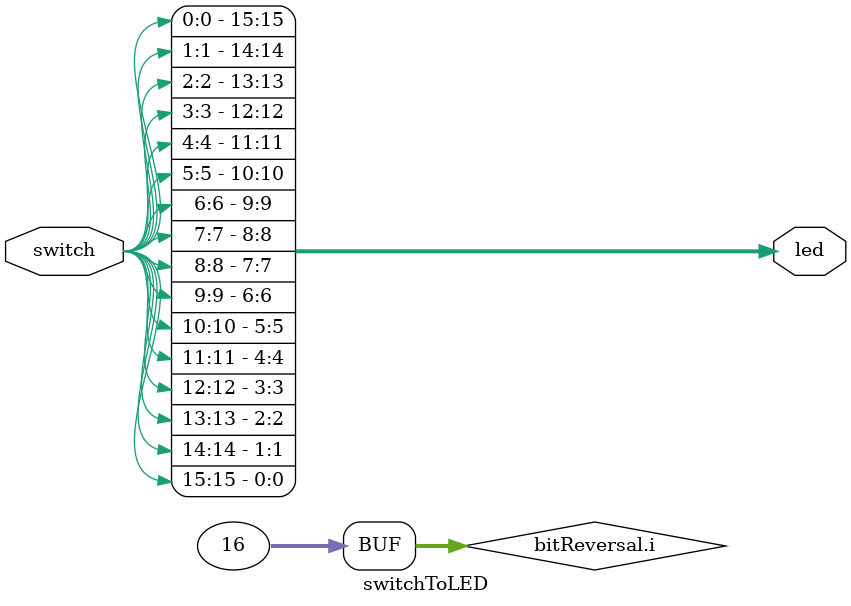
<source format=v>
`timescale 1ns / 1ps


module switchToLED (
    input wire [15:0] switch,
    output reg [15:0] led
);
    always @(*) begin : bitReversal
        integer i;
        for (i=0; i<=15; i=i+1)
            led[15-i] = switch[i];
    
    end
endmodule

</source>
